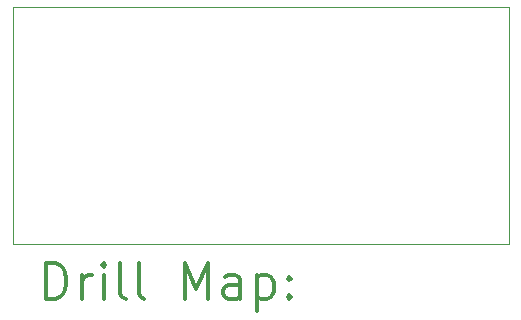
<source format=gbr>
%FSLAX45Y45*%
G04 Gerber Fmt 4.5, Leading zero omitted, Abs format (unit mm)*
G04 Created by KiCad (PCBNEW (5.1.10)-1) date 2022-05-27 15:53:35*
%MOMM*%
%LPD*%
G01*
G04 APERTURE LIST*
%TA.AperFunction,Profile*%
%ADD10C,0.038100*%
%TD*%
%ADD11C,0.200000*%
%ADD12C,0.300000*%
G04 APERTURE END LIST*
D10*
X14300000Y-11500000D02*
X10100000Y-11500000D01*
X14300000Y-13500000D02*
X14300000Y-11500000D01*
X10100000Y-13500000D02*
X14300000Y-13500000D01*
X10100000Y-11500000D02*
X10100000Y-13500000D01*
D11*
D12*
X10384523Y-13967619D02*
X10384523Y-13667619D01*
X10455952Y-13667619D01*
X10498809Y-13681905D01*
X10527381Y-13710476D01*
X10541666Y-13739048D01*
X10555952Y-13796191D01*
X10555952Y-13839048D01*
X10541666Y-13896191D01*
X10527381Y-13924762D01*
X10498809Y-13953334D01*
X10455952Y-13967619D01*
X10384523Y-13967619D01*
X10684523Y-13967619D02*
X10684523Y-13767619D01*
X10684523Y-13824762D02*
X10698809Y-13796191D01*
X10713095Y-13781905D01*
X10741666Y-13767619D01*
X10770238Y-13767619D01*
X10870238Y-13967619D02*
X10870238Y-13767619D01*
X10870238Y-13667619D02*
X10855952Y-13681905D01*
X10870238Y-13696191D01*
X10884523Y-13681905D01*
X10870238Y-13667619D01*
X10870238Y-13696191D01*
X11055952Y-13967619D02*
X11027381Y-13953334D01*
X11013095Y-13924762D01*
X11013095Y-13667619D01*
X11213095Y-13967619D02*
X11184523Y-13953334D01*
X11170238Y-13924762D01*
X11170238Y-13667619D01*
X11555952Y-13967619D02*
X11555952Y-13667619D01*
X11655952Y-13881905D01*
X11755952Y-13667619D01*
X11755952Y-13967619D01*
X12027381Y-13967619D02*
X12027381Y-13810476D01*
X12013095Y-13781905D01*
X11984523Y-13767619D01*
X11927381Y-13767619D01*
X11898809Y-13781905D01*
X12027381Y-13953334D02*
X11998809Y-13967619D01*
X11927381Y-13967619D01*
X11898809Y-13953334D01*
X11884523Y-13924762D01*
X11884523Y-13896191D01*
X11898809Y-13867619D01*
X11927381Y-13853334D01*
X11998809Y-13853334D01*
X12027381Y-13839048D01*
X12170238Y-13767619D02*
X12170238Y-14067619D01*
X12170238Y-13781905D02*
X12198809Y-13767619D01*
X12255952Y-13767619D01*
X12284523Y-13781905D01*
X12298809Y-13796191D01*
X12313095Y-13824762D01*
X12313095Y-13910476D01*
X12298809Y-13939048D01*
X12284523Y-13953334D01*
X12255952Y-13967619D01*
X12198809Y-13967619D01*
X12170238Y-13953334D01*
X12441666Y-13939048D02*
X12455952Y-13953334D01*
X12441666Y-13967619D01*
X12427381Y-13953334D01*
X12441666Y-13939048D01*
X12441666Y-13967619D01*
X12441666Y-13781905D02*
X12455952Y-13796191D01*
X12441666Y-13810476D01*
X12427381Y-13796191D01*
X12441666Y-13781905D01*
X12441666Y-13810476D01*
M02*

</source>
